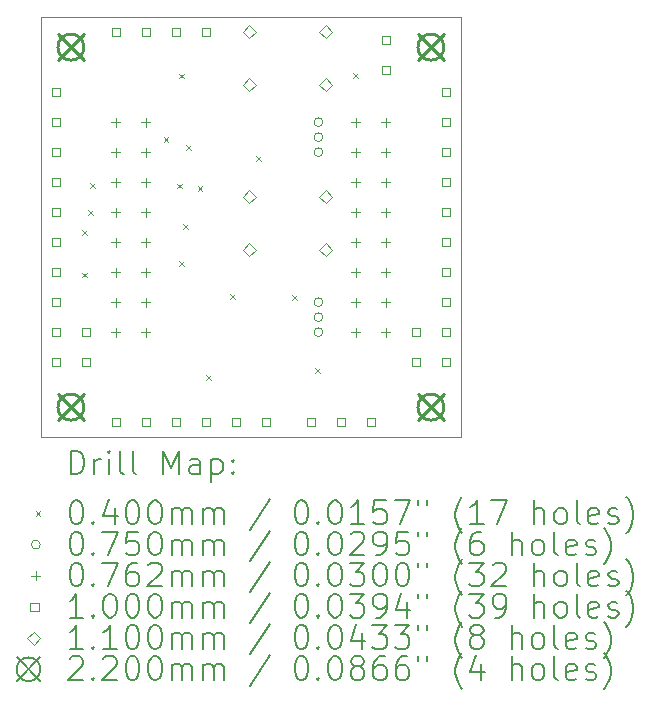
<source format=gbr>
%TF.GenerationSoftware,KiCad,Pcbnew,(6.0.7)*%
%TF.CreationDate,2022-09-26T10:55:05-05:00*%
%TF.ProjectId,OpenMuscle5,4f70656e-4d75-4736-936c-65352e6b6963,rev?*%
%TF.SameCoordinates,Original*%
%TF.FileFunction,Drillmap*%
%TF.FilePolarity,Positive*%
%FSLAX45Y45*%
G04 Gerber Fmt 4.5, Leading zero omitted, Abs format (unit mm)*
G04 Created by KiCad (PCBNEW (6.0.7)) date 2022-09-26 10:55:05*
%MOMM*%
%LPD*%
G01*
G04 APERTURE LIST*
%ADD10C,0.100000*%
%ADD11C,0.200000*%
%ADD12C,0.040000*%
%ADD13C,0.075000*%
%ADD14C,0.076200*%
%ADD15C,0.110000*%
%ADD16C,0.220000*%
G04 APERTURE END LIST*
D10*
X15240000Y-7620000D02*
X18796000Y-7620000D01*
X18796000Y-7620000D02*
X18796000Y-11176000D01*
X18796000Y-11176000D02*
X15240000Y-11176000D01*
X15240000Y-11176000D02*
X15240000Y-7620000D01*
D11*
D12*
X15591770Y-9425910D02*
X15631770Y-9465910D01*
X15631770Y-9425910D02*
X15591770Y-9465910D01*
X15591770Y-9781780D02*
X15631770Y-9821780D01*
X15631770Y-9781780D02*
X15591770Y-9821780D01*
X15639710Y-9251000D02*
X15679710Y-9291000D01*
X15679710Y-9251000D02*
X15639710Y-9291000D01*
X15654450Y-9025410D02*
X15694450Y-9065410D01*
X15694450Y-9025410D02*
X15654450Y-9065410D01*
X16278340Y-8638260D02*
X16318340Y-8678260D01*
X16318340Y-8638260D02*
X16278340Y-8678260D01*
X16393420Y-9028750D02*
X16433420Y-9068750D01*
X16433420Y-9028750D02*
X16393420Y-9068750D01*
X16408500Y-8098390D02*
X16448500Y-8138390D01*
X16448500Y-8098390D02*
X16408500Y-8138390D01*
X16408500Y-9686960D02*
X16448500Y-9726960D01*
X16448500Y-9686960D02*
X16408500Y-9726960D01*
X16444130Y-9369600D02*
X16484130Y-9409600D01*
X16484130Y-9369600D02*
X16444130Y-9409600D01*
X16471930Y-8705150D02*
X16511930Y-8745150D01*
X16511930Y-8705150D02*
X16471930Y-8745150D01*
X16566670Y-9050450D02*
X16606670Y-9090450D01*
X16606670Y-9050450D02*
X16566670Y-9090450D01*
X16636430Y-10650580D02*
X16676430Y-10690580D01*
X16676430Y-10650580D02*
X16636430Y-10690580D01*
X16845190Y-9962590D02*
X16885190Y-10002590D01*
X16885190Y-9962590D02*
X16845190Y-10002590D01*
X17060510Y-8794520D02*
X17100510Y-8834520D01*
X17100510Y-8794520D02*
X17060510Y-8834520D01*
X17364960Y-9972220D02*
X17404960Y-10012220D01*
X17404960Y-9972220D02*
X17364960Y-10012220D01*
X17559350Y-10588390D02*
X17599350Y-10628390D01*
X17599350Y-10588390D02*
X17559350Y-10628390D01*
X17884920Y-8095850D02*
X17924920Y-8135850D01*
X17924920Y-8095850D02*
X17884920Y-8135850D01*
D13*
X17627000Y-8509000D02*
G75*
G03*
X17627000Y-8509000I-37500J0D01*
G01*
X17627000Y-8636000D02*
G75*
G03*
X17627000Y-8636000I-37500J0D01*
G01*
X17627000Y-8763000D02*
G75*
G03*
X17627000Y-8763000I-37500J0D01*
G01*
X17627000Y-10033000D02*
G75*
G03*
X17627000Y-10033000I-37500J0D01*
G01*
X17627000Y-10160000D02*
G75*
G03*
X17627000Y-10160000I-37500J0D01*
G01*
X17627000Y-10287000D02*
G75*
G03*
X17627000Y-10287000I-37500J0D01*
G01*
D14*
X15875000Y-8470900D02*
X15875000Y-8547100D01*
X15836900Y-8509000D02*
X15913100Y-8509000D01*
X15875000Y-8724900D02*
X15875000Y-8801100D01*
X15836900Y-8763000D02*
X15913100Y-8763000D01*
X15875000Y-8978900D02*
X15875000Y-9055100D01*
X15836900Y-9017000D02*
X15913100Y-9017000D01*
X15875000Y-9232900D02*
X15875000Y-9309100D01*
X15836900Y-9271000D02*
X15913100Y-9271000D01*
X15875000Y-9486900D02*
X15875000Y-9563100D01*
X15836900Y-9525000D02*
X15913100Y-9525000D01*
X15875000Y-9740900D02*
X15875000Y-9817100D01*
X15836900Y-9779000D02*
X15913100Y-9779000D01*
X15875000Y-9994900D02*
X15875000Y-10071100D01*
X15836900Y-10033000D02*
X15913100Y-10033000D01*
X15875000Y-10248900D02*
X15875000Y-10325100D01*
X15836900Y-10287000D02*
X15913100Y-10287000D01*
X16129000Y-8470900D02*
X16129000Y-8547100D01*
X16090900Y-8509000D02*
X16167100Y-8509000D01*
X16129000Y-8724900D02*
X16129000Y-8801100D01*
X16090900Y-8763000D02*
X16167100Y-8763000D01*
X16129000Y-8978900D02*
X16129000Y-9055100D01*
X16090900Y-9017000D02*
X16167100Y-9017000D01*
X16129000Y-9232900D02*
X16129000Y-9309100D01*
X16090900Y-9271000D02*
X16167100Y-9271000D01*
X16129000Y-9486900D02*
X16129000Y-9563100D01*
X16090900Y-9525000D02*
X16167100Y-9525000D01*
X16129000Y-9740900D02*
X16129000Y-9817100D01*
X16090900Y-9779000D02*
X16167100Y-9779000D01*
X16129000Y-9994900D02*
X16129000Y-10071100D01*
X16090900Y-10033000D02*
X16167100Y-10033000D01*
X16129000Y-10248900D02*
X16129000Y-10325100D01*
X16090900Y-10287000D02*
X16167100Y-10287000D01*
X17907000Y-8470900D02*
X17907000Y-8547100D01*
X17868900Y-8509000D02*
X17945100Y-8509000D01*
X17907000Y-8724900D02*
X17907000Y-8801100D01*
X17868900Y-8763000D02*
X17945100Y-8763000D01*
X17907000Y-8978900D02*
X17907000Y-9055100D01*
X17868900Y-9017000D02*
X17945100Y-9017000D01*
X17907000Y-9232900D02*
X17907000Y-9309100D01*
X17868900Y-9271000D02*
X17945100Y-9271000D01*
X17907000Y-9486900D02*
X17907000Y-9563100D01*
X17868900Y-9525000D02*
X17945100Y-9525000D01*
X17907000Y-9740900D02*
X17907000Y-9817100D01*
X17868900Y-9779000D02*
X17945100Y-9779000D01*
X17907000Y-9994900D02*
X17907000Y-10071100D01*
X17868900Y-10033000D02*
X17945100Y-10033000D01*
X17907000Y-10248900D02*
X17907000Y-10325100D01*
X17868900Y-10287000D02*
X17945100Y-10287000D01*
X18161000Y-8470900D02*
X18161000Y-8547100D01*
X18122900Y-8509000D02*
X18199100Y-8509000D01*
X18161000Y-8724900D02*
X18161000Y-8801100D01*
X18122900Y-8763000D02*
X18199100Y-8763000D01*
X18161000Y-8978900D02*
X18161000Y-9055100D01*
X18122900Y-9017000D02*
X18199100Y-9017000D01*
X18161000Y-9232900D02*
X18161000Y-9309100D01*
X18122900Y-9271000D02*
X18199100Y-9271000D01*
X18161000Y-9486900D02*
X18161000Y-9563100D01*
X18122900Y-9525000D02*
X18199100Y-9525000D01*
X18161000Y-9740900D02*
X18161000Y-9817100D01*
X18122900Y-9779000D02*
X18199100Y-9779000D01*
X18161000Y-9994900D02*
X18161000Y-10071100D01*
X18122900Y-10033000D02*
X18199100Y-10033000D01*
X18161000Y-10248900D02*
X18161000Y-10325100D01*
X18122900Y-10287000D02*
X18199100Y-10287000D01*
D10*
X15402356Y-8290356D02*
X15402356Y-8219644D01*
X15331644Y-8219644D01*
X15331644Y-8290356D01*
X15402356Y-8290356D01*
X15402356Y-8544356D02*
X15402356Y-8473644D01*
X15331644Y-8473644D01*
X15331644Y-8544356D01*
X15402356Y-8544356D01*
X15402356Y-8798356D02*
X15402356Y-8727644D01*
X15331644Y-8727644D01*
X15331644Y-8798356D01*
X15402356Y-8798356D01*
X15402356Y-9052356D02*
X15402356Y-8981644D01*
X15331644Y-8981644D01*
X15331644Y-9052356D01*
X15402356Y-9052356D01*
X15402356Y-9306356D02*
X15402356Y-9235644D01*
X15331644Y-9235644D01*
X15331644Y-9306356D01*
X15402356Y-9306356D01*
X15402356Y-9560356D02*
X15402356Y-9489644D01*
X15331644Y-9489644D01*
X15331644Y-9560356D01*
X15402356Y-9560356D01*
X15402356Y-9814356D02*
X15402356Y-9743644D01*
X15331644Y-9743644D01*
X15331644Y-9814356D01*
X15402356Y-9814356D01*
X15402356Y-10068356D02*
X15402356Y-9997644D01*
X15331644Y-9997644D01*
X15331644Y-10068356D01*
X15402356Y-10068356D01*
X15402356Y-10322356D02*
X15402356Y-10251644D01*
X15331644Y-10251644D01*
X15331644Y-10322356D01*
X15402356Y-10322356D01*
X15402356Y-10576356D02*
X15402356Y-10505644D01*
X15331644Y-10505644D01*
X15331644Y-10576356D01*
X15402356Y-10576356D01*
X15656356Y-10322356D02*
X15656356Y-10251644D01*
X15585644Y-10251644D01*
X15585644Y-10322356D01*
X15656356Y-10322356D01*
X15656356Y-10576356D02*
X15656356Y-10505644D01*
X15585644Y-10505644D01*
X15585644Y-10576356D01*
X15656356Y-10576356D01*
X15910356Y-7782356D02*
X15910356Y-7711644D01*
X15839644Y-7711644D01*
X15839644Y-7782356D01*
X15910356Y-7782356D01*
X15910356Y-11084356D02*
X15910356Y-11013644D01*
X15839644Y-11013644D01*
X15839644Y-11084356D01*
X15910356Y-11084356D01*
X16164356Y-7782356D02*
X16164356Y-7711644D01*
X16093644Y-7711644D01*
X16093644Y-7782356D01*
X16164356Y-7782356D01*
X16164356Y-11084356D02*
X16164356Y-11013644D01*
X16093644Y-11013644D01*
X16093644Y-11084356D01*
X16164356Y-11084356D01*
X16418356Y-7782356D02*
X16418356Y-7711644D01*
X16347644Y-7711644D01*
X16347644Y-7782356D01*
X16418356Y-7782356D01*
X16418356Y-11084356D02*
X16418356Y-11013644D01*
X16347644Y-11013644D01*
X16347644Y-11084356D01*
X16418356Y-11084356D01*
X16672356Y-7782356D02*
X16672356Y-7711644D01*
X16601644Y-7711644D01*
X16601644Y-7782356D01*
X16672356Y-7782356D01*
X16672356Y-11084356D02*
X16672356Y-11013644D01*
X16601644Y-11013644D01*
X16601644Y-11084356D01*
X16672356Y-11084356D01*
X16926356Y-11084356D02*
X16926356Y-11013644D01*
X16855644Y-11013644D01*
X16855644Y-11084356D01*
X16926356Y-11084356D01*
X17180356Y-11084356D02*
X17180356Y-11013644D01*
X17109644Y-11013644D01*
X17109644Y-11084356D01*
X17180356Y-11084356D01*
X17561356Y-11084356D02*
X17561356Y-11013644D01*
X17490644Y-11013644D01*
X17490644Y-11084356D01*
X17561356Y-11084356D01*
X17815356Y-11084356D02*
X17815356Y-11013644D01*
X17744644Y-11013644D01*
X17744644Y-11084356D01*
X17815356Y-11084356D01*
X18069356Y-11084356D02*
X18069356Y-11013644D01*
X17998644Y-11013644D01*
X17998644Y-11084356D01*
X18069356Y-11084356D01*
X18196356Y-7845856D02*
X18196356Y-7775144D01*
X18125644Y-7775144D01*
X18125644Y-7845856D01*
X18196356Y-7845856D01*
X18196356Y-8099856D02*
X18196356Y-8029144D01*
X18125644Y-8029144D01*
X18125644Y-8099856D01*
X18196356Y-8099856D01*
X18450356Y-10322356D02*
X18450356Y-10251644D01*
X18379644Y-10251644D01*
X18379644Y-10322356D01*
X18450356Y-10322356D01*
X18450356Y-10576356D02*
X18450356Y-10505644D01*
X18379644Y-10505644D01*
X18379644Y-10576356D01*
X18450356Y-10576356D01*
X18704356Y-8290356D02*
X18704356Y-8219644D01*
X18633644Y-8219644D01*
X18633644Y-8290356D01*
X18704356Y-8290356D01*
X18704356Y-8544356D02*
X18704356Y-8473644D01*
X18633644Y-8473644D01*
X18633644Y-8544356D01*
X18704356Y-8544356D01*
X18704356Y-8798356D02*
X18704356Y-8727644D01*
X18633644Y-8727644D01*
X18633644Y-8798356D01*
X18704356Y-8798356D01*
X18704356Y-9052356D02*
X18704356Y-8981644D01*
X18633644Y-8981644D01*
X18633644Y-9052356D01*
X18704356Y-9052356D01*
X18704356Y-9306356D02*
X18704356Y-9235644D01*
X18633644Y-9235644D01*
X18633644Y-9306356D01*
X18704356Y-9306356D01*
X18704356Y-9560356D02*
X18704356Y-9489644D01*
X18633644Y-9489644D01*
X18633644Y-9560356D01*
X18704356Y-9560356D01*
X18704356Y-9814356D02*
X18704356Y-9743644D01*
X18633644Y-9743644D01*
X18633644Y-9814356D01*
X18704356Y-9814356D01*
X18704356Y-10068356D02*
X18704356Y-9997644D01*
X18633644Y-9997644D01*
X18633644Y-10068356D01*
X18704356Y-10068356D01*
X18704356Y-10322356D02*
X18704356Y-10251644D01*
X18633644Y-10251644D01*
X18633644Y-10322356D01*
X18704356Y-10322356D01*
X18704356Y-10576356D02*
X18704356Y-10505644D01*
X18633644Y-10505644D01*
X18633644Y-10576356D01*
X18704356Y-10576356D01*
D15*
X17003000Y-7796500D02*
X17058000Y-7741500D01*
X17003000Y-7686500D01*
X16948000Y-7741500D01*
X17003000Y-7796500D01*
X17003000Y-8246500D02*
X17058000Y-8191500D01*
X17003000Y-8136500D01*
X16948000Y-8191500D01*
X17003000Y-8246500D01*
X17003000Y-9193500D02*
X17058000Y-9138500D01*
X17003000Y-9083500D01*
X16948000Y-9138500D01*
X17003000Y-9193500D01*
X17003000Y-9643500D02*
X17058000Y-9588500D01*
X17003000Y-9533500D01*
X16948000Y-9588500D01*
X17003000Y-9643500D01*
X17653000Y-7796500D02*
X17708000Y-7741500D01*
X17653000Y-7686500D01*
X17598000Y-7741500D01*
X17653000Y-7796500D01*
X17653000Y-8246500D02*
X17708000Y-8191500D01*
X17653000Y-8136500D01*
X17598000Y-8191500D01*
X17653000Y-8246500D01*
X17653000Y-9193500D02*
X17708000Y-9138500D01*
X17653000Y-9083500D01*
X17598000Y-9138500D01*
X17653000Y-9193500D01*
X17653000Y-9643500D02*
X17708000Y-9588500D01*
X17653000Y-9533500D01*
X17598000Y-9588500D01*
X17653000Y-9643500D01*
D16*
X15384000Y-7764000D02*
X15604000Y-7984000D01*
X15604000Y-7764000D02*
X15384000Y-7984000D01*
X15604000Y-7874000D02*
G75*
G03*
X15604000Y-7874000I-110000J0D01*
G01*
X15384000Y-10812000D02*
X15604000Y-11032000D01*
X15604000Y-10812000D02*
X15384000Y-11032000D01*
X15604000Y-10922000D02*
G75*
G03*
X15604000Y-10922000I-110000J0D01*
G01*
X18432000Y-7764000D02*
X18652000Y-7984000D01*
X18652000Y-7764000D02*
X18432000Y-7984000D01*
X18652000Y-7874000D02*
G75*
G03*
X18652000Y-7874000I-110000J0D01*
G01*
X18432000Y-10812000D02*
X18652000Y-11032000D01*
X18652000Y-10812000D02*
X18432000Y-11032000D01*
X18652000Y-10922000D02*
G75*
G03*
X18652000Y-10922000I-110000J0D01*
G01*
D11*
X15492619Y-11491476D02*
X15492619Y-11291476D01*
X15540238Y-11291476D01*
X15568809Y-11301000D01*
X15587857Y-11320048D01*
X15597381Y-11339095D01*
X15606905Y-11377190D01*
X15606905Y-11405762D01*
X15597381Y-11443857D01*
X15587857Y-11462905D01*
X15568809Y-11481952D01*
X15540238Y-11491476D01*
X15492619Y-11491476D01*
X15692619Y-11491476D02*
X15692619Y-11358143D01*
X15692619Y-11396238D02*
X15702143Y-11377190D01*
X15711667Y-11367667D01*
X15730714Y-11358143D01*
X15749762Y-11358143D01*
X15816428Y-11491476D02*
X15816428Y-11358143D01*
X15816428Y-11291476D02*
X15806905Y-11301000D01*
X15816428Y-11310524D01*
X15825952Y-11301000D01*
X15816428Y-11291476D01*
X15816428Y-11310524D01*
X15940238Y-11491476D02*
X15921190Y-11481952D01*
X15911667Y-11462905D01*
X15911667Y-11291476D01*
X16045000Y-11491476D02*
X16025952Y-11481952D01*
X16016428Y-11462905D01*
X16016428Y-11291476D01*
X16273571Y-11491476D02*
X16273571Y-11291476D01*
X16340238Y-11434333D01*
X16406905Y-11291476D01*
X16406905Y-11491476D01*
X16587857Y-11491476D02*
X16587857Y-11386714D01*
X16578333Y-11367667D01*
X16559286Y-11358143D01*
X16521190Y-11358143D01*
X16502143Y-11367667D01*
X16587857Y-11481952D02*
X16568809Y-11491476D01*
X16521190Y-11491476D01*
X16502143Y-11481952D01*
X16492619Y-11462905D01*
X16492619Y-11443857D01*
X16502143Y-11424809D01*
X16521190Y-11415286D01*
X16568809Y-11415286D01*
X16587857Y-11405762D01*
X16683095Y-11358143D02*
X16683095Y-11558143D01*
X16683095Y-11367667D02*
X16702143Y-11358143D01*
X16740238Y-11358143D01*
X16759286Y-11367667D01*
X16768809Y-11377190D01*
X16778333Y-11396238D01*
X16778333Y-11453381D01*
X16768809Y-11472428D01*
X16759286Y-11481952D01*
X16740238Y-11491476D01*
X16702143Y-11491476D01*
X16683095Y-11481952D01*
X16864048Y-11472428D02*
X16873571Y-11481952D01*
X16864048Y-11491476D01*
X16854524Y-11481952D01*
X16864048Y-11472428D01*
X16864048Y-11491476D01*
X16864048Y-11367667D02*
X16873571Y-11377190D01*
X16864048Y-11386714D01*
X16854524Y-11377190D01*
X16864048Y-11367667D01*
X16864048Y-11386714D01*
D12*
X15195000Y-11801000D02*
X15235000Y-11841000D01*
X15235000Y-11801000D02*
X15195000Y-11841000D01*
D11*
X15530714Y-11711476D02*
X15549762Y-11711476D01*
X15568809Y-11721000D01*
X15578333Y-11730524D01*
X15587857Y-11749571D01*
X15597381Y-11787667D01*
X15597381Y-11835286D01*
X15587857Y-11873381D01*
X15578333Y-11892428D01*
X15568809Y-11901952D01*
X15549762Y-11911476D01*
X15530714Y-11911476D01*
X15511667Y-11901952D01*
X15502143Y-11892428D01*
X15492619Y-11873381D01*
X15483095Y-11835286D01*
X15483095Y-11787667D01*
X15492619Y-11749571D01*
X15502143Y-11730524D01*
X15511667Y-11721000D01*
X15530714Y-11711476D01*
X15683095Y-11892428D02*
X15692619Y-11901952D01*
X15683095Y-11911476D01*
X15673571Y-11901952D01*
X15683095Y-11892428D01*
X15683095Y-11911476D01*
X15864048Y-11778143D02*
X15864048Y-11911476D01*
X15816428Y-11701952D02*
X15768809Y-11844809D01*
X15892619Y-11844809D01*
X16006905Y-11711476D02*
X16025952Y-11711476D01*
X16045000Y-11721000D01*
X16054524Y-11730524D01*
X16064048Y-11749571D01*
X16073571Y-11787667D01*
X16073571Y-11835286D01*
X16064048Y-11873381D01*
X16054524Y-11892428D01*
X16045000Y-11901952D01*
X16025952Y-11911476D01*
X16006905Y-11911476D01*
X15987857Y-11901952D01*
X15978333Y-11892428D01*
X15968809Y-11873381D01*
X15959286Y-11835286D01*
X15959286Y-11787667D01*
X15968809Y-11749571D01*
X15978333Y-11730524D01*
X15987857Y-11721000D01*
X16006905Y-11711476D01*
X16197381Y-11711476D02*
X16216428Y-11711476D01*
X16235476Y-11721000D01*
X16245000Y-11730524D01*
X16254524Y-11749571D01*
X16264048Y-11787667D01*
X16264048Y-11835286D01*
X16254524Y-11873381D01*
X16245000Y-11892428D01*
X16235476Y-11901952D01*
X16216428Y-11911476D01*
X16197381Y-11911476D01*
X16178333Y-11901952D01*
X16168809Y-11892428D01*
X16159286Y-11873381D01*
X16149762Y-11835286D01*
X16149762Y-11787667D01*
X16159286Y-11749571D01*
X16168809Y-11730524D01*
X16178333Y-11721000D01*
X16197381Y-11711476D01*
X16349762Y-11911476D02*
X16349762Y-11778143D01*
X16349762Y-11797190D02*
X16359286Y-11787667D01*
X16378333Y-11778143D01*
X16406905Y-11778143D01*
X16425952Y-11787667D01*
X16435476Y-11806714D01*
X16435476Y-11911476D01*
X16435476Y-11806714D02*
X16445000Y-11787667D01*
X16464048Y-11778143D01*
X16492619Y-11778143D01*
X16511667Y-11787667D01*
X16521190Y-11806714D01*
X16521190Y-11911476D01*
X16616428Y-11911476D02*
X16616428Y-11778143D01*
X16616428Y-11797190D02*
X16625952Y-11787667D01*
X16645000Y-11778143D01*
X16673571Y-11778143D01*
X16692619Y-11787667D01*
X16702143Y-11806714D01*
X16702143Y-11911476D01*
X16702143Y-11806714D02*
X16711667Y-11787667D01*
X16730714Y-11778143D01*
X16759286Y-11778143D01*
X16778333Y-11787667D01*
X16787857Y-11806714D01*
X16787857Y-11911476D01*
X17178333Y-11701952D02*
X17006905Y-11959095D01*
X17435476Y-11711476D02*
X17454524Y-11711476D01*
X17473571Y-11721000D01*
X17483095Y-11730524D01*
X17492619Y-11749571D01*
X17502143Y-11787667D01*
X17502143Y-11835286D01*
X17492619Y-11873381D01*
X17483095Y-11892428D01*
X17473571Y-11901952D01*
X17454524Y-11911476D01*
X17435476Y-11911476D01*
X17416429Y-11901952D01*
X17406905Y-11892428D01*
X17397381Y-11873381D01*
X17387857Y-11835286D01*
X17387857Y-11787667D01*
X17397381Y-11749571D01*
X17406905Y-11730524D01*
X17416429Y-11721000D01*
X17435476Y-11711476D01*
X17587857Y-11892428D02*
X17597381Y-11901952D01*
X17587857Y-11911476D01*
X17578333Y-11901952D01*
X17587857Y-11892428D01*
X17587857Y-11911476D01*
X17721190Y-11711476D02*
X17740238Y-11711476D01*
X17759286Y-11721000D01*
X17768810Y-11730524D01*
X17778333Y-11749571D01*
X17787857Y-11787667D01*
X17787857Y-11835286D01*
X17778333Y-11873381D01*
X17768810Y-11892428D01*
X17759286Y-11901952D01*
X17740238Y-11911476D01*
X17721190Y-11911476D01*
X17702143Y-11901952D01*
X17692619Y-11892428D01*
X17683095Y-11873381D01*
X17673571Y-11835286D01*
X17673571Y-11787667D01*
X17683095Y-11749571D01*
X17692619Y-11730524D01*
X17702143Y-11721000D01*
X17721190Y-11711476D01*
X17978333Y-11911476D02*
X17864048Y-11911476D01*
X17921190Y-11911476D02*
X17921190Y-11711476D01*
X17902143Y-11740048D01*
X17883095Y-11759095D01*
X17864048Y-11768619D01*
X18159286Y-11711476D02*
X18064048Y-11711476D01*
X18054524Y-11806714D01*
X18064048Y-11797190D01*
X18083095Y-11787667D01*
X18130714Y-11787667D01*
X18149762Y-11797190D01*
X18159286Y-11806714D01*
X18168810Y-11825762D01*
X18168810Y-11873381D01*
X18159286Y-11892428D01*
X18149762Y-11901952D01*
X18130714Y-11911476D01*
X18083095Y-11911476D01*
X18064048Y-11901952D01*
X18054524Y-11892428D01*
X18235476Y-11711476D02*
X18368810Y-11711476D01*
X18283095Y-11911476D01*
X18435476Y-11711476D02*
X18435476Y-11749571D01*
X18511667Y-11711476D02*
X18511667Y-11749571D01*
X18806905Y-11987667D02*
X18797381Y-11978143D01*
X18778333Y-11949571D01*
X18768810Y-11930524D01*
X18759286Y-11901952D01*
X18749762Y-11854333D01*
X18749762Y-11816238D01*
X18759286Y-11768619D01*
X18768810Y-11740048D01*
X18778333Y-11721000D01*
X18797381Y-11692428D01*
X18806905Y-11682905D01*
X18987857Y-11911476D02*
X18873571Y-11911476D01*
X18930714Y-11911476D02*
X18930714Y-11711476D01*
X18911667Y-11740048D01*
X18892619Y-11759095D01*
X18873571Y-11768619D01*
X19054524Y-11711476D02*
X19187857Y-11711476D01*
X19102143Y-11911476D01*
X19416429Y-11911476D02*
X19416429Y-11711476D01*
X19502143Y-11911476D02*
X19502143Y-11806714D01*
X19492619Y-11787667D01*
X19473571Y-11778143D01*
X19445000Y-11778143D01*
X19425952Y-11787667D01*
X19416429Y-11797190D01*
X19625952Y-11911476D02*
X19606905Y-11901952D01*
X19597381Y-11892428D01*
X19587857Y-11873381D01*
X19587857Y-11816238D01*
X19597381Y-11797190D01*
X19606905Y-11787667D01*
X19625952Y-11778143D01*
X19654524Y-11778143D01*
X19673571Y-11787667D01*
X19683095Y-11797190D01*
X19692619Y-11816238D01*
X19692619Y-11873381D01*
X19683095Y-11892428D01*
X19673571Y-11901952D01*
X19654524Y-11911476D01*
X19625952Y-11911476D01*
X19806905Y-11911476D02*
X19787857Y-11901952D01*
X19778333Y-11882905D01*
X19778333Y-11711476D01*
X19959286Y-11901952D02*
X19940238Y-11911476D01*
X19902143Y-11911476D01*
X19883095Y-11901952D01*
X19873571Y-11882905D01*
X19873571Y-11806714D01*
X19883095Y-11787667D01*
X19902143Y-11778143D01*
X19940238Y-11778143D01*
X19959286Y-11787667D01*
X19968810Y-11806714D01*
X19968810Y-11825762D01*
X19873571Y-11844809D01*
X20045000Y-11901952D02*
X20064048Y-11911476D01*
X20102143Y-11911476D01*
X20121190Y-11901952D01*
X20130714Y-11882905D01*
X20130714Y-11873381D01*
X20121190Y-11854333D01*
X20102143Y-11844809D01*
X20073571Y-11844809D01*
X20054524Y-11835286D01*
X20045000Y-11816238D01*
X20045000Y-11806714D01*
X20054524Y-11787667D01*
X20073571Y-11778143D01*
X20102143Y-11778143D01*
X20121190Y-11787667D01*
X20197381Y-11987667D02*
X20206905Y-11978143D01*
X20225952Y-11949571D01*
X20235476Y-11930524D01*
X20245000Y-11901952D01*
X20254524Y-11854333D01*
X20254524Y-11816238D01*
X20245000Y-11768619D01*
X20235476Y-11740048D01*
X20225952Y-11721000D01*
X20206905Y-11692428D01*
X20197381Y-11682905D01*
D13*
X15235000Y-12085000D02*
G75*
G03*
X15235000Y-12085000I-37500J0D01*
G01*
D11*
X15530714Y-11975476D02*
X15549762Y-11975476D01*
X15568809Y-11985000D01*
X15578333Y-11994524D01*
X15587857Y-12013571D01*
X15597381Y-12051667D01*
X15597381Y-12099286D01*
X15587857Y-12137381D01*
X15578333Y-12156428D01*
X15568809Y-12165952D01*
X15549762Y-12175476D01*
X15530714Y-12175476D01*
X15511667Y-12165952D01*
X15502143Y-12156428D01*
X15492619Y-12137381D01*
X15483095Y-12099286D01*
X15483095Y-12051667D01*
X15492619Y-12013571D01*
X15502143Y-11994524D01*
X15511667Y-11985000D01*
X15530714Y-11975476D01*
X15683095Y-12156428D02*
X15692619Y-12165952D01*
X15683095Y-12175476D01*
X15673571Y-12165952D01*
X15683095Y-12156428D01*
X15683095Y-12175476D01*
X15759286Y-11975476D02*
X15892619Y-11975476D01*
X15806905Y-12175476D01*
X16064048Y-11975476D02*
X15968809Y-11975476D01*
X15959286Y-12070714D01*
X15968809Y-12061190D01*
X15987857Y-12051667D01*
X16035476Y-12051667D01*
X16054524Y-12061190D01*
X16064048Y-12070714D01*
X16073571Y-12089762D01*
X16073571Y-12137381D01*
X16064048Y-12156428D01*
X16054524Y-12165952D01*
X16035476Y-12175476D01*
X15987857Y-12175476D01*
X15968809Y-12165952D01*
X15959286Y-12156428D01*
X16197381Y-11975476D02*
X16216428Y-11975476D01*
X16235476Y-11985000D01*
X16245000Y-11994524D01*
X16254524Y-12013571D01*
X16264048Y-12051667D01*
X16264048Y-12099286D01*
X16254524Y-12137381D01*
X16245000Y-12156428D01*
X16235476Y-12165952D01*
X16216428Y-12175476D01*
X16197381Y-12175476D01*
X16178333Y-12165952D01*
X16168809Y-12156428D01*
X16159286Y-12137381D01*
X16149762Y-12099286D01*
X16149762Y-12051667D01*
X16159286Y-12013571D01*
X16168809Y-11994524D01*
X16178333Y-11985000D01*
X16197381Y-11975476D01*
X16349762Y-12175476D02*
X16349762Y-12042143D01*
X16349762Y-12061190D02*
X16359286Y-12051667D01*
X16378333Y-12042143D01*
X16406905Y-12042143D01*
X16425952Y-12051667D01*
X16435476Y-12070714D01*
X16435476Y-12175476D01*
X16435476Y-12070714D02*
X16445000Y-12051667D01*
X16464048Y-12042143D01*
X16492619Y-12042143D01*
X16511667Y-12051667D01*
X16521190Y-12070714D01*
X16521190Y-12175476D01*
X16616428Y-12175476D02*
X16616428Y-12042143D01*
X16616428Y-12061190D02*
X16625952Y-12051667D01*
X16645000Y-12042143D01*
X16673571Y-12042143D01*
X16692619Y-12051667D01*
X16702143Y-12070714D01*
X16702143Y-12175476D01*
X16702143Y-12070714D02*
X16711667Y-12051667D01*
X16730714Y-12042143D01*
X16759286Y-12042143D01*
X16778333Y-12051667D01*
X16787857Y-12070714D01*
X16787857Y-12175476D01*
X17178333Y-11965952D02*
X17006905Y-12223095D01*
X17435476Y-11975476D02*
X17454524Y-11975476D01*
X17473571Y-11985000D01*
X17483095Y-11994524D01*
X17492619Y-12013571D01*
X17502143Y-12051667D01*
X17502143Y-12099286D01*
X17492619Y-12137381D01*
X17483095Y-12156428D01*
X17473571Y-12165952D01*
X17454524Y-12175476D01*
X17435476Y-12175476D01*
X17416429Y-12165952D01*
X17406905Y-12156428D01*
X17397381Y-12137381D01*
X17387857Y-12099286D01*
X17387857Y-12051667D01*
X17397381Y-12013571D01*
X17406905Y-11994524D01*
X17416429Y-11985000D01*
X17435476Y-11975476D01*
X17587857Y-12156428D02*
X17597381Y-12165952D01*
X17587857Y-12175476D01*
X17578333Y-12165952D01*
X17587857Y-12156428D01*
X17587857Y-12175476D01*
X17721190Y-11975476D02*
X17740238Y-11975476D01*
X17759286Y-11985000D01*
X17768810Y-11994524D01*
X17778333Y-12013571D01*
X17787857Y-12051667D01*
X17787857Y-12099286D01*
X17778333Y-12137381D01*
X17768810Y-12156428D01*
X17759286Y-12165952D01*
X17740238Y-12175476D01*
X17721190Y-12175476D01*
X17702143Y-12165952D01*
X17692619Y-12156428D01*
X17683095Y-12137381D01*
X17673571Y-12099286D01*
X17673571Y-12051667D01*
X17683095Y-12013571D01*
X17692619Y-11994524D01*
X17702143Y-11985000D01*
X17721190Y-11975476D01*
X17864048Y-11994524D02*
X17873571Y-11985000D01*
X17892619Y-11975476D01*
X17940238Y-11975476D01*
X17959286Y-11985000D01*
X17968810Y-11994524D01*
X17978333Y-12013571D01*
X17978333Y-12032619D01*
X17968810Y-12061190D01*
X17854524Y-12175476D01*
X17978333Y-12175476D01*
X18073571Y-12175476D02*
X18111667Y-12175476D01*
X18130714Y-12165952D01*
X18140238Y-12156428D01*
X18159286Y-12127857D01*
X18168810Y-12089762D01*
X18168810Y-12013571D01*
X18159286Y-11994524D01*
X18149762Y-11985000D01*
X18130714Y-11975476D01*
X18092619Y-11975476D01*
X18073571Y-11985000D01*
X18064048Y-11994524D01*
X18054524Y-12013571D01*
X18054524Y-12061190D01*
X18064048Y-12080238D01*
X18073571Y-12089762D01*
X18092619Y-12099286D01*
X18130714Y-12099286D01*
X18149762Y-12089762D01*
X18159286Y-12080238D01*
X18168810Y-12061190D01*
X18349762Y-11975476D02*
X18254524Y-11975476D01*
X18245000Y-12070714D01*
X18254524Y-12061190D01*
X18273571Y-12051667D01*
X18321190Y-12051667D01*
X18340238Y-12061190D01*
X18349762Y-12070714D01*
X18359286Y-12089762D01*
X18359286Y-12137381D01*
X18349762Y-12156428D01*
X18340238Y-12165952D01*
X18321190Y-12175476D01*
X18273571Y-12175476D01*
X18254524Y-12165952D01*
X18245000Y-12156428D01*
X18435476Y-11975476D02*
X18435476Y-12013571D01*
X18511667Y-11975476D02*
X18511667Y-12013571D01*
X18806905Y-12251667D02*
X18797381Y-12242143D01*
X18778333Y-12213571D01*
X18768810Y-12194524D01*
X18759286Y-12165952D01*
X18749762Y-12118333D01*
X18749762Y-12080238D01*
X18759286Y-12032619D01*
X18768810Y-12004048D01*
X18778333Y-11985000D01*
X18797381Y-11956428D01*
X18806905Y-11946905D01*
X18968810Y-11975476D02*
X18930714Y-11975476D01*
X18911667Y-11985000D01*
X18902143Y-11994524D01*
X18883095Y-12023095D01*
X18873571Y-12061190D01*
X18873571Y-12137381D01*
X18883095Y-12156428D01*
X18892619Y-12165952D01*
X18911667Y-12175476D01*
X18949762Y-12175476D01*
X18968810Y-12165952D01*
X18978333Y-12156428D01*
X18987857Y-12137381D01*
X18987857Y-12089762D01*
X18978333Y-12070714D01*
X18968810Y-12061190D01*
X18949762Y-12051667D01*
X18911667Y-12051667D01*
X18892619Y-12061190D01*
X18883095Y-12070714D01*
X18873571Y-12089762D01*
X19225952Y-12175476D02*
X19225952Y-11975476D01*
X19311667Y-12175476D02*
X19311667Y-12070714D01*
X19302143Y-12051667D01*
X19283095Y-12042143D01*
X19254524Y-12042143D01*
X19235476Y-12051667D01*
X19225952Y-12061190D01*
X19435476Y-12175476D02*
X19416429Y-12165952D01*
X19406905Y-12156428D01*
X19397381Y-12137381D01*
X19397381Y-12080238D01*
X19406905Y-12061190D01*
X19416429Y-12051667D01*
X19435476Y-12042143D01*
X19464048Y-12042143D01*
X19483095Y-12051667D01*
X19492619Y-12061190D01*
X19502143Y-12080238D01*
X19502143Y-12137381D01*
X19492619Y-12156428D01*
X19483095Y-12165952D01*
X19464048Y-12175476D01*
X19435476Y-12175476D01*
X19616429Y-12175476D02*
X19597381Y-12165952D01*
X19587857Y-12146905D01*
X19587857Y-11975476D01*
X19768810Y-12165952D02*
X19749762Y-12175476D01*
X19711667Y-12175476D01*
X19692619Y-12165952D01*
X19683095Y-12146905D01*
X19683095Y-12070714D01*
X19692619Y-12051667D01*
X19711667Y-12042143D01*
X19749762Y-12042143D01*
X19768810Y-12051667D01*
X19778333Y-12070714D01*
X19778333Y-12089762D01*
X19683095Y-12108809D01*
X19854524Y-12165952D02*
X19873571Y-12175476D01*
X19911667Y-12175476D01*
X19930714Y-12165952D01*
X19940238Y-12146905D01*
X19940238Y-12137381D01*
X19930714Y-12118333D01*
X19911667Y-12108809D01*
X19883095Y-12108809D01*
X19864048Y-12099286D01*
X19854524Y-12080238D01*
X19854524Y-12070714D01*
X19864048Y-12051667D01*
X19883095Y-12042143D01*
X19911667Y-12042143D01*
X19930714Y-12051667D01*
X20006905Y-12251667D02*
X20016429Y-12242143D01*
X20035476Y-12213571D01*
X20045000Y-12194524D01*
X20054524Y-12165952D01*
X20064048Y-12118333D01*
X20064048Y-12080238D01*
X20054524Y-12032619D01*
X20045000Y-12004048D01*
X20035476Y-11985000D01*
X20016429Y-11956428D01*
X20006905Y-11946905D01*
D14*
X15196900Y-12310900D02*
X15196900Y-12387100D01*
X15158800Y-12349000D02*
X15235000Y-12349000D01*
D11*
X15530714Y-12239476D02*
X15549762Y-12239476D01*
X15568809Y-12249000D01*
X15578333Y-12258524D01*
X15587857Y-12277571D01*
X15597381Y-12315667D01*
X15597381Y-12363286D01*
X15587857Y-12401381D01*
X15578333Y-12420428D01*
X15568809Y-12429952D01*
X15549762Y-12439476D01*
X15530714Y-12439476D01*
X15511667Y-12429952D01*
X15502143Y-12420428D01*
X15492619Y-12401381D01*
X15483095Y-12363286D01*
X15483095Y-12315667D01*
X15492619Y-12277571D01*
X15502143Y-12258524D01*
X15511667Y-12249000D01*
X15530714Y-12239476D01*
X15683095Y-12420428D02*
X15692619Y-12429952D01*
X15683095Y-12439476D01*
X15673571Y-12429952D01*
X15683095Y-12420428D01*
X15683095Y-12439476D01*
X15759286Y-12239476D02*
X15892619Y-12239476D01*
X15806905Y-12439476D01*
X16054524Y-12239476D02*
X16016428Y-12239476D01*
X15997381Y-12249000D01*
X15987857Y-12258524D01*
X15968809Y-12287095D01*
X15959286Y-12325190D01*
X15959286Y-12401381D01*
X15968809Y-12420428D01*
X15978333Y-12429952D01*
X15997381Y-12439476D01*
X16035476Y-12439476D01*
X16054524Y-12429952D01*
X16064048Y-12420428D01*
X16073571Y-12401381D01*
X16073571Y-12353762D01*
X16064048Y-12334714D01*
X16054524Y-12325190D01*
X16035476Y-12315667D01*
X15997381Y-12315667D01*
X15978333Y-12325190D01*
X15968809Y-12334714D01*
X15959286Y-12353762D01*
X16149762Y-12258524D02*
X16159286Y-12249000D01*
X16178333Y-12239476D01*
X16225952Y-12239476D01*
X16245000Y-12249000D01*
X16254524Y-12258524D01*
X16264048Y-12277571D01*
X16264048Y-12296619D01*
X16254524Y-12325190D01*
X16140238Y-12439476D01*
X16264048Y-12439476D01*
X16349762Y-12439476D02*
X16349762Y-12306143D01*
X16349762Y-12325190D02*
X16359286Y-12315667D01*
X16378333Y-12306143D01*
X16406905Y-12306143D01*
X16425952Y-12315667D01*
X16435476Y-12334714D01*
X16435476Y-12439476D01*
X16435476Y-12334714D02*
X16445000Y-12315667D01*
X16464048Y-12306143D01*
X16492619Y-12306143D01*
X16511667Y-12315667D01*
X16521190Y-12334714D01*
X16521190Y-12439476D01*
X16616428Y-12439476D02*
X16616428Y-12306143D01*
X16616428Y-12325190D02*
X16625952Y-12315667D01*
X16645000Y-12306143D01*
X16673571Y-12306143D01*
X16692619Y-12315667D01*
X16702143Y-12334714D01*
X16702143Y-12439476D01*
X16702143Y-12334714D02*
X16711667Y-12315667D01*
X16730714Y-12306143D01*
X16759286Y-12306143D01*
X16778333Y-12315667D01*
X16787857Y-12334714D01*
X16787857Y-12439476D01*
X17178333Y-12229952D02*
X17006905Y-12487095D01*
X17435476Y-12239476D02*
X17454524Y-12239476D01*
X17473571Y-12249000D01*
X17483095Y-12258524D01*
X17492619Y-12277571D01*
X17502143Y-12315667D01*
X17502143Y-12363286D01*
X17492619Y-12401381D01*
X17483095Y-12420428D01*
X17473571Y-12429952D01*
X17454524Y-12439476D01*
X17435476Y-12439476D01*
X17416429Y-12429952D01*
X17406905Y-12420428D01*
X17397381Y-12401381D01*
X17387857Y-12363286D01*
X17387857Y-12315667D01*
X17397381Y-12277571D01*
X17406905Y-12258524D01*
X17416429Y-12249000D01*
X17435476Y-12239476D01*
X17587857Y-12420428D02*
X17597381Y-12429952D01*
X17587857Y-12439476D01*
X17578333Y-12429952D01*
X17587857Y-12420428D01*
X17587857Y-12439476D01*
X17721190Y-12239476D02*
X17740238Y-12239476D01*
X17759286Y-12249000D01*
X17768810Y-12258524D01*
X17778333Y-12277571D01*
X17787857Y-12315667D01*
X17787857Y-12363286D01*
X17778333Y-12401381D01*
X17768810Y-12420428D01*
X17759286Y-12429952D01*
X17740238Y-12439476D01*
X17721190Y-12439476D01*
X17702143Y-12429952D01*
X17692619Y-12420428D01*
X17683095Y-12401381D01*
X17673571Y-12363286D01*
X17673571Y-12315667D01*
X17683095Y-12277571D01*
X17692619Y-12258524D01*
X17702143Y-12249000D01*
X17721190Y-12239476D01*
X17854524Y-12239476D02*
X17978333Y-12239476D01*
X17911667Y-12315667D01*
X17940238Y-12315667D01*
X17959286Y-12325190D01*
X17968810Y-12334714D01*
X17978333Y-12353762D01*
X17978333Y-12401381D01*
X17968810Y-12420428D01*
X17959286Y-12429952D01*
X17940238Y-12439476D01*
X17883095Y-12439476D01*
X17864048Y-12429952D01*
X17854524Y-12420428D01*
X18102143Y-12239476D02*
X18121190Y-12239476D01*
X18140238Y-12249000D01*
X18149762Y-12258524D01*
X18159286Y-12277571D01*
X18168810Y-12315667D01*
X18168810Y-12363286D01*
X18159286Y-12401381D01*
X18149762Y-12420428D01*
X18140238Y-12429952D01*
X18121190Y-12439476D01*
X18102143Y-12439476D01*
X18083095Y-12429952D01*
X18073571Y-12420428D01*
X18064048Y-12401381D01*
X18054524Y-12363286D01*
X18054524Y-12315667D01*
X18064048Y-12277571D01*
X18073571Y-12258524D01*
X18083095Y-12249000D01*
X18102143Y-12239476D01*
X18292619Y-12239476D02*
X18311667Y-12239476D01*
X18330714Y-12249000D01*
X18340238Y-12258524D01*
X18349762Y-12277571D01*
X18359286Y-12315667D01*
X18359286Y-12363286D01*
X18349762Y-12401381D01*
X18340238Y-12420428D01*
X18330714Y-12429952D01*
X18311667Y-12439476D01*
X18292619Y-12439476D01*
X18273571Y-12429952D01*
X18264048Y-12420428D01*
X18254524Y-12401381D01*
X18245000Y-12363286D01*
X18245000Y-12315667D01*
X18254524Y-12277571D01*
X18264048Y-12258524D01*
X18273571Y-12249000D01*
X18292619Y-12239476D01*
X18435476Y-12239476D02*
X18435476Y-12277571D01*
X18511667Y-12239476D02*
X18511667Y-12277571D01*
X18806905Y-12515667D02*
X18797381Y-12506143D01*
X18778333Y-12477571D01*
X18768810Y-12458524D01*
X18759286Y-12429952D01*
X18749762Y-12382333D01*
X18749762Y-12344238D01*
X18759286Y-12296619D01*
X18768810Y-12268048D01*
X18778333Y-12249000D01*
X18797381Y-12220428D01*
X18806905Y-12210905D01*
X18864048Y-12239476D02*
X18987857Y-12239476D01*
X18921190Y-12315667D01*
X18949762Y-12315667D01*
X18968810Y-12325190D01*
X18978333Y-12334714D01*
X18987857Y-12353762D01*
X18987857Y-12401381D01*
X18978333Y-12420428D01*
X18968810Y-12429952D01*
X18949762Y-12439476D01*
X18892619Y-12439476D01*
X18873571Y-12429952D01*
X18864048Y-12420428D01*
X19064048Y-12258524D02*
X19073571Y-12249000D01*
X19092619Y-12239476D01*
X19140238Y-12239476D01*
X19159286Y-12249000D01*
X19168810Y-12258524D01*
X19178333Y-12277571D01*
X19178333Y-12296619D01*
X19168810Y-12325190D01*
X19054524Y-12439476D01*
X19178333Y-12439476D01*
X19416429Y-12439476D02*
X19416429Y-12239476D01*
X19502143Y-12439476D02*
X19502143Y-12334714D01*
X19492619Y-12315667D01*
X19473571Y-12306143D01*
X19445000Y-12306143D01*
X19425952Y-12315667D01*
X19416429Y-12325190D01*
X19625952Y-12439476D02*
X19606905Y-12429952D01*
X19597381Y-12420428D01*
X19587857Y-12401381D01*
X19587857Y-12344238D01*
X19597381Y-12325190D01*
X19606905Y-12315667D01*
X19625952Y-12306143D01*
X19654524Y-12306143D01*
X19673571Y-12315667D01*
X19683095Y-12325190D01*
X19692619Y-12344238D01*
X19692619Y-12401381D01*
X19683095Y-12420428D01*
X19673571Y-12429952D01*
X19654524Y-12439476D01*
X19625952Y-12439476D01*
X19806905Y-12439476D02*
X19787857Y-12429952D01*
X19778333Y-12410905D01*
X19778333Y-12239476D01*
X19959286Y-12429952D02*
X19940238Y-12439476D01*
X19902143Y-12439476D01*
X19883095Y-12429952D01*
X19873571Y-12410905D01*
X19873571Y-12334714D01*
X19883095Y-12315667D01*
X19902143Y-12306143D01*
X19940238Y-12306143D01*
X19959286Y-12315667D01*
X19968810Y-12334714D01*
X19968810Y-12353762D01*
X19873571Y-12372809D01*
X20045000Y-12429952D02*
X20064048Y-12439476D01*
X20102143Y-12439476D01*
X20121190Y-12429952D01*
X20130714Y-12410905D01*
X20130714Y-12401381D01*
X20121190Y-12382333D01*
X20102143Y-12372809D01*
X20073571Y-12372809D01*
X20054524Y-12363286D01*
X20045000Y-12344238D01*
X20045000Y-12334714D01*
X20054524Y-12315667D01*
X20073571Y-12306143D01*
X20102143Y-12306143D01*
X20121190Y-12315667D01*
X20197381Y-12515667D02*
X20206905Y-12506143D01*
X20225952Y-12477571D01*
X20235476Y-12458524D01*
X20245000Y-12429952D01*
X20254524Y-12382333D01*
X20254524Y-12344238D01*
X20245000Y-12296619D01*
X20235476Y-12268048D01*
X20225952Y-12249000D01*
X20206905Y-12220428D01*
X20197381Y-12210905D01*
D10*
X15220356Y-12648356D02*
X15220356Y-12577644D01*
X15149644Y-12577644D01*
X15149644Y-12648356D01*
X15220356Y-12648356D01*
D11*
X15597381Y-12703476D02*
X15483095Y-12703476D01*
X15540238Y-12703476D02*
X15540238Y-12503476D01*
X15521190Y-12532048D01*
X15502143Y-12551095D01*
X15483095Y-12560619D01*
X15683095Y-12684428D02*
X15692619Y-12693952D01*
X15683095Y-12703476D01*
X15673571Y-12693952D01*
X15683095Y-12684428D01*
X15683095Y-12703476D01*
X15816428Y-12503476D02*
X15835476Y-12503476D01*
X15854524Y-12513000D01*
X15864048Y-12522524D01*
X15873571Y-12541571D01*
X15883095Y-12579667D01*
X15883095Y-12627286D01*
X15873571Y-12665381D01*
X15864048Y-12684428D01*
X15854524Y-12693952D01*
X15835476Y-12703476D01*
X15816428Y-12703476D01*
X15797381Y-12693952D01*
X15787857Y-12684428D01*
X15778333Y-12665381D01*
X15768809Y-12627286D01*
X15768809Y-12579667D01*
X15778333Y-12541571D01*
X15787857Y-12522524D01*
X15797381Y-12513000D01*
X15816428Y-12503476D01*
X16006905Y-12503476D02*
X16025952Y-12503476D01*
X16045000Y-12513000D01*
X16054524Y-12522524D01*
X16064048Y-12541571D01*
X16073571Y-12579667D01*
X16073571Y-12627286D01*
X16064048Y-12665381D01*
X16054524Y-12684428D01*
X16045000Y-12693952D01*
X16025952Y-12703476D01*
X16006905Y-12703476D01*
X15987857Y-12693952D01*
X15978333Y-12684428D01*
X15968809Y-12665381D01*
X15959286Y-12627286D01*
X15959286Y-12579667D01*
X15968809Y-12541571D01*
X15978333Y-12522524D01*
X15987857Y-12513000D01*
X16006905Y-12503476D01*
X16197381Y-12503476D02*
X16216428Y-12503476D01*
X16235476Y-12513000D01*
X16245000Y-12522524D01*
X16254524Y-12541571D01*
X16264048Y-12579667D01*
X16264048Y-12627286D01*
X16254524Y-12665381D01*
X16245000Y-12684428D01*
X16235476Y-12693952D01*
X16216428Y-12703476D01*
X16197381Y-12703476D01*
X16178333Y-12693952D01*
X16168809Y-12684428D01*
X16159286Y-12665381D01*
X16149762Y-12627286D01*
X16149762Y-12579667D01*
X16159286Y-12541571D01*
X16168809Y-12522524D01*
X16178333Y-12513000D01*
X16197381Y-12503476D01*
X16349762Y-12703476D02*
X16349762Y-12570143D01*
X16349762Y-12589190D02*
X16359286Y-12579667D01*
X16378333Y-12570143D01*
X16406905Y-12570143D01*
X16425952Y-12579667D01*
X16435476Y-12598714D01*
X16435476Y-12703476D01*
X16435476Y-12598714D02*
X16445000Y-12579667D01*
X16464048Y-12570143D01*
X16492619Y-12570143D01*
X16511667Y-12579667D01*
X16521190Y-12598714D01*
X16521190Y-12703476D01*
X16616428Y-12703476D02*
X16616428Y-12570143D01*
X16616428Y-12589190D02*
X16625952Y-12579667D01*
X16645000Y-12570143D01*
X16673571Y-12570143D01*
X16692619Y-12579667D01*
X16702143Y-12598714D01*
X16702143Y-12703476D01*
X16702143Y-12598714D02*
X16711667Y-12579667D01*
X16730714Y-12570143D01*
X16759286Y-12570143D01*
X16778333Y-12579667D01*
X16787857Y-12598714D01*
X16787857Y-12703476D01*
X17178333Y-12493952D02*
X17006905Y-12751095D01*
X17435476Y-12503476D02*
X17454524Y-12503476D01*
X17473571Y-12513000D01*
X17483095Y-12522524D01*
X17492619Y-12541571D01*
X17502143Y-12579667D01*
X17502143Y-12627286D01*
X17492619Y-12665381D01*
X17483095Y-12684428D01*
X17473571Y-12693952D01*
X17454524Y-12703476D01*
X17435476Y-12703476D01*
X17416429Y-12693952D01*
X17406905Y-12684428D01*
X17397381Y-12665381D01*
X17387857Y-12627286D01*
X17387857Y-12579667D01*
X17397381Y-12541571D01*
X17406905Y-12522524D01*
X17416429Y-12513000D01*
X17435476Y-12503476D01*
X17587857Y-12684428D02*
X17597381Y-12693952D01*
X17587857Y-12703476D01*
X17578333Y-12693952D01*
X17587857Y-12684428D01*
X17587857Y-12703476D01*
X17721190Y-12503476D02*
X17740238Y-12503476D01*
X17759286Y-12513000D01*
X17768810Y-12522524D01*
X17778333Y-12541571D01*
X17787857Y-12579667D01*
X17787857Y-12627286D01*
X17778333Y-12665381D01*
X17768810Y-12684428D01*
X17759286Y-12693952D01*
X17740238Y-12703476D01*
X17721190Y-12703476D01*
X17702143Y-12693952D01*
X17692619Y-12684428D01*
X17683095Y-12665381D01*
X17673571Y-12627286D01*
X17673571Y-12579667D01*
X17683095Y-12541571D01*
X17692619Y-12522524D01*
X17702143Y-12513000D01*
X17721190Y-12503476D01*
X17854524Y-12503476D02*
X17978333Y-12503476D01*
X17911667Y-12579667D01*
X17940238Y-12579667D01*
X17959286Y-12589190D01*
X17968810Y-12598714D01*
X17978333Y-12617762D01*
X17978333Y-12665381D01*
X17968810Y-12684428D01*
X17959286Y-12693952D01*
X17940238Y-12703476D01*
X17883095Y-12703476D01*
X17864048Y-12693952D01*
X17854524Y-12684428D01*
X18073571Y-12703476D02*
X18111667Y-12703476D01*
X18130714Y-12693952D01*
X18140238Y-12684428D01*
X18159286Y-12655857D01*
X18168810Y-12617762D01*
X18168810Y-12541571D01*
X18159286Y-12522524D01*
X18149762Y-12513000D01*
X18130714Y-12503476D01*
X18092619Y-12503476D01*
X18073571Y-12513000D01*
X18064048Y-12522524D01*
X18054524Y-12541571D01*
X18054524Y-12589190D01*
X18064048Y-12608238D01*
X18073571Y-12617762D01*
X18092619Y-12627286D01*
X18130714Y-12627286D01*
X18149762Y-12617762D01*
X18159286Y-12608238D01*
X18168810Y-12589190D01*
X18340238Y-12570143D02*
X18340238Y-12703476D01*
X18292619Y-12493952D02*
X18245000Y-12636809D01*
X18368810Y-12636809D01*
X18435476Y-12503476D02*
X18435476Y-12541571D01*
X18511667Y-12503476D02*
X18511667Y-12541571D01*
X18806905Y-12779667D02*
X18797381Y-12770143D01*
X18778333Y-12741571D01*
X18768810Y-12722524D01*
X18759286Y-12693952D01*
X18749762Y-12646333D01*
X18749762Y-12608238D01*
X18759286Y-12560619D01*
X18768810Y-12532048D01*
X18778333Y-12513000D01*
X18797381Y-12484428D01*
X18806905Y-12474905D01*
X18864048Y-12503476D02*
X18987857Y-12503476D01*
X18921190Y-12579667D01*
X18949762Y-12579667D01*
X18968810Y-12589190D01*
X18978333Y-12598714D01*
X18987857Y-12617762D01*
X18987857Y-12665381D01*
X18978333Y-12684428D01*
X18968810Y-12693952D01*
X18949762Y-12703476D01*
X18892619Y-12703476D01*
X18873571Y-12693952D01*
X18864048Y-12684428D01*
X19083095Y-12703476D02*
X19121190Y-12703476D01*
X19140238Y-12693952D01*
X19149762Y-12684428D01*
X19168810Y-12655857D01*
X19178333Y-12617762D01*
X19178333Y-12541571D01*
X19168810Y-12522524D01*
X19159286Y-12513000D01*
X19140238Y-12503476D01*
X19102143Y-12503476D01*
X19083095Y-12513000D01*
X19073571Y-12522524D01*
X19064048Y-12541571D01*
X19064048Y-12589190D01*
X19073571Y-12608238D01*
X19083095Y-12617762D01*
X19102143Y-12627286D01*
X19140238Y-12627286D01*
X19159286Y-12617762D01*
X19168810Y-12608238D01*
X19178333Y-12589190D01*
X19416429Y-12703476D02*
X19416429Y-12503476D01*
X19502143Y-12703476D02*
X19502143Y-12598714D01*
X19492619Y-12579667D01*
X19473571Y-12570143D01*
X19445000Y-12570143D01*
X19425952Y-12579667D01*
X19416429Y-12589190D01*
X19625952Y-12703476D02*
X19606905Y-12693952D01*
X19597381Y-12684428D01*
X19587857Y-12665381D01*
X19587857Y-12608238D01*
X19597381Y-12589190D01*
X19606905Y-12579667D01*
X19625952Y-12570143D01*
X19654524Y-12570143D01*
X19673571Y-12579667D01*
X19683095Y-12589190D01*
X19692619Y-12608238D01*
X19692619Y-12665381D01*
X19683095Y-12684428D01*
X19673571Y-12693952D01*
X19654524Y-12703476D01*
X19625952Y-12703476D01*
X19806905Y-12703476D02*
X19787857Y-12693952D01*
X19778333Y-12674905D01*
X19778333Y-12503476D01*
X19959286Y-12693952D02*
X19940238Y-12703476D01*
X19902143Y-12703476D01*
X19883095Y-12693952D01*
X19873571Y-12674905D01*
X19873571Y-12598714D01*
X19883095Y-12579667D01*
X19902143Y-12570143D01*
X19940238Y-12570143D01*
X19959286Y-12579667D01*
X19968810Y-12598714D01*
X19968810Y-12617762D01*
X19873571Y-12636809D01*
X20045000Y-12693952D02*
X20064048Y-12703476D01*
X20102143Y-12703476D01*
X20121190Y-12693952D01*
X20130714Y-12674905D01*
X20130714Y-12665381D01*
X20121190Y-12646333D01*
X20102143Y-12636809D01*
X20073571Y-12636809D01*
X20054524Y-12627286D01*
X20045000Y-12608238D01*
X20045000Y-12598714D01*
X20054524Y-12579667D01*
X20073571Y-12570143D01*
X20102143Y-12570143D01*
X20121190Y-12579667D01*
X20197381Y-12779667D02*
X20206905Y-12770143D01*
X20225952Y-12741571D01*
X20235476Y-12722524D01*
X20245000Y-12693952D01*
X20254524Y-12646333D01*
X20254524Y-12608238D01*
X20245000Y-12560619D01*
X20235476Y-12532048D01*
X20225952Y-12513000D01*
X20206905Y-12484428D01*
X20197381Y-12474905D01*
D15*
X15180000Y-12932000D02*
X15235000Y-12877000D01*
X15180000Y-12822000D01*
X15125000Y-12877000D01*
X15180000Y-12932000D01*
D11*
X15597381Y-12967476D02*
X15483095Y-12967476D01*
X15540238Y-12967476D02*
X15540238Y-12767476D01*
X15521190Y-12796048D01*
X15502143Y-12815095D01*
X15483095Y-12824619D01*
X15683095Y-12948428D02*
X15692619Y-12957952D01*
X15683095Y-12967476D01*
X15673571Y-12957952D01*
X15683095Y-12948428D01*
X15683095Y-12967476D01*
X15883095Y-12967476D02*
X15768809Y-12967476D01*
X15825952Y-12967476D02*
X15825952Y-12767476D01*
X15806905Y-12796048D01*
X15787857Y-12815095D01*
X15768809Y-12824619D01*
X16006905Y-12767476D02*
X16025952Y-12767476D01*
X16045000Y-12777000D01*
X16054524Y-12786524D01*
X16064048Y-12805571D01*
X16073571Y-12843667D01*
X16073571Y-12891286D01*
X16064048Y-12929381D01*
X16054524Y-12948428D01*
X16045000Y-12957952D01*
X16025952Y-12967476D01*
X16006905Y-12967476D01*
X15987857Y-12957952D01*
X15978333Y-12948428D01*
X15968809Y-12929381D01*
X15959286Y-12891286D01*
X15959286Y-12843667D01*
X15968809Y-12805571D01*
X15978333Y-12786524D01*
X15987857Y-12777000D01*
X16006905Y-12767476D01*
X16197381Y-12767476D02*
X16216428Y-12767476D01*
X16235476Y-12777000D01*
X16245000Y-12786524D01*
X16254524Y-12805571D01*
X16264048Y-12843667D01*
X16264048Y-12891286D01*
X16254524Y-12929381D01*
X16245000Y-12948428D01*
X16235476Y-12957952D01*
X16216428Y-12967476D01*
X16197381Y-12967476D01*
X16178333Y-12957952D01*
X16168809Y-12948428D01*
X16159286Y-12929381D01*
X16149762Y-12891286D01*
X16149762Y-12843667D01*
X16159286Y-12805571D01*
X16168809Y-12786524D01*
X16178333Y-12777000D01*
X16197381Y-12767476D01*
X16349762Y-12967476D02*
X16349762Y-12834143D01*
X16349762Y-12853190D02*
X16359286Y-12843667D01*
X16378333Y-12834143D01*
X16406905Y-12834143D01*
X16425952Y-12843667D01*
X16435476Y-12862714D01*
X16435476Y-12967476D01*
X16435476Y-12862714D02*
X16445000Y-12843667D01*
X16464048Y-12834143D01*
X16492619Y-12834143D01*
X16511667Y-12843667D01*
X16521190Y-12862714D01*
X16521190Y-12967476D01*
X16616428Y-12967476D02*
X16616428Y-12834143D01*
X16616428Y-12853190D02*
X16625952Y-12843667D01*
X16645000Y-12834143D01*
X16673571Y-12834143D01*
X16692619Y-12843667D01*
X16702143Y-12862714D01*
X16702143Y-12967476D01*
X16702143Y-12862714D02*
X16711667Y-12843667D01*
X16730714Y-12834143D01*
X16759286Y-12834143D01*
X16778333Y-12843667D01*
X16787857Y-12862714D01*
X16787857Y-12967476D01*
X17178333Y-12757952D02*
X17006905Y-13015095D01*
X17435476Y-12767476D02*
X17454524Y-12767476D01*
X17473571Y-12777000D01*
X17483095Y-12786524D01*
X17492619Y-12805571D01*
X17502143Y-12843667D01*
X17502143Y-12891286D01*
X17492619Y-12929381D01*
X17483095Y-12948428D01*
X17473571Y-12957952D01*
X17454524Y-12967476D01*
X17435476Y-12967476D01*
X17416429Y-12957952D01*
X17406905Y-12948428D01*
X17397381Y-12929381D01*
X17387857Y-12891286D01*
X17387857Y-12843667D01*
X17397381Y-12805571D01*
X17406905Y-12786524D01*
X17416429Y-12777000D01*
X17435476Y-12767476D01*
X17587857Y-12948428D02*
X17597381Y-12957952D01*
X17587857Y-12967476D01*
X17578333Y-12957952D01*
X17587857Y-12948428D01*
X17587857Y-12967476D01*
X17721190Y-12767476D02*
X17740238Y-12767476D01*
X17759286Y-12777000D01*
X17768810Y-12786524D01*
X17778333Y-12805571D01*
X17787857Y-12843667D01*
X17787857Y-12891286D01*
X17778333Y-12929381D01*
X17768810Y-12948428D01*
X17759286Y-12957952D01*
X17740238Y-12967476D01*
X17721190Y-12967476D01*
X17702143Y-12957952D01*
X17692619Y-12948428D01*
X17683095Y-12929381D01*
X17673571Y-12891286D01*
X17673571Y-12843667D01*
X17683095Y-12805571D01*
X17692619Y-12786524D01*
X17702143Y-12777000D01*
X17721190Y-12767476D01*
X17959286Y-12834143D02*
X17959286Y-12967476D01*
X17911667Y-12757952D02*
X17864048Y-12900809D01*
X17987857Y-12900809D01*
X18045000Y-12767476D02*
X18168810Y-12767476D01*
X18102143Y-12843667D01*
X18130714Y-12843667D01*
X18149762Y-12853190D01*
X18159286Y-12862714D01*
X18168810Y-12881762D01*
X18168810Y-12929381D01*
X18159286Y-12948428D01*
X18149762Y-12957952D01*
X18130714Y-12967476D01*
X18073571Y-12967476D01*
X18054524Y-12957952D01*
X18045000Y-12948428D01*
X18235476Y-12767476D02*
X18359286Y-12767476D01*
X18292619Y-12843667D01*
X18321190Y-12843667D01*
X18340238Y-12853190D01*
X18349762Y-12862714D01*
X18359286Y-12881762D01*
X18359286Y-12929381D01*
X18349762Y-12948428D01*
X18340238Y-12957952D01*
X18321190Y-12967476D01*
X18264048Y-12967476D01*
X18245000Y-12957952D01*
X18235476Y-12948428D01*
X18435476Y-12767476D02*
X18435476Y-12805571D01*
X18511667Y-12767476D02*
X18511667Y-12805571D01*
X18806905Y-13043667D02*
X18797381Y-13034143D01*
X18778333Y-13005571D01*
X18768810Y-12986524D01*
X18759286Y-12957952D01*
X18749762Y-12910333D01*
X18749762Y-12872238D01*
X18759286Y-12824619D01*
X18768810Y-12796048D01*
X18778333Y-12777000D01*
X18797381Y-12748428D01*
X18806905Y-12738905D01*
X18911667Y-12853190D02*
X18892619Y-12843667D01*
X18883095Y-12834143D01*
X18873571Y-12815095D01*
X18873571Y-12805571D01*
X18883095Y-12786524D01*
X18892619Y-12777000D01*
X18911667Y-12767476D01*
X18949762Y-12767476D01*
X18968810Y-12777000D01*
X18978333Y-12786524D01*
X18987857Y-12805571D01*
X18987857Y-12815095D01*
X18978333Y-12834143D01*
X18968810Y-12843667D01*
X18949762Y-12853190D01*
X18911667Y-12853190D01*
X18892619Y-12862714D01*
X18883095Y-12872238D01*
X18873571Y-12891286D01*
X18873571Y-12929381D01*
X18883095Y-12948428D01*
X18892619Y-12957952D01*
X18911667Y-12967476D01*
X18949762Y-12967476D01*
X18968810Y-12957952D01*
X18978333Y-12948428D01*
X18987857Y-12929381D01*
X18987857Y-12891286D01*
X18978333Y-12872238D01*
X18968810Y-12862714D01*
X18949762Y-12853190D01*
X19225952Y-12967476D02*
X19225952Y-12767476D01*
X19311667Y-12967476D02*
X19311667Y-12862714D01*
X19302143Y-12843667D01*
X19283095Y-12834143D01*
X19254524Y-12834143D01*
X19235476Y-12843667D01*
X19225952Y-12853190D01*
X19435476Y-12967476D02*
X19416429Y-12957952D01*
X19406905Y-12948428D01*
X19397381Y-12929381D01*
X19397381Y-12872238D01*
X19406905Y-12853190D01*
X19416429Y-12843667D01*
X19435476Y-12834143D01*
X19464048Y-12834143D01*
X19483095Y-12843667D01*
X19492619Y-12853190D01*
X19502143Y-12872238D01*
X19502143Y-12929381D01*
X19492619Y-12948428D01*
X19483095Y-12957952D01*
X19464048Y-12967476D01*
X19435476Y-12967476D01*
X19616429Y-12967476D02*
X19597381Y-12957952D01*
X19587857Y-12938905D01*
X19587857Y-12767476D01*
X19768810Y-12957952D02*
X19749762Y-12967476D01*
X19711667Y-12967476D01*
X19692619Y-12957952D01*
X19683095Y-12938905D01*
X19683095Y-12862714D01*
X19692619Y-12843667D01*
X19711667Y-12834143D01*
X19749762Y-12834143D01*
X19768810Y-12843667D01*
X19778333Y-12862714D01*
X19778333Y-12881762D01*
X19683095Y-12900809D01*
X19854524Y-12957952D02*
X19873571Y-12967476D01*
X19911667Y-12967476D01*
X19930714Y-12957952D01*
X19940238Y-12938905D01*
X19940238Y-12929381D01*
X19930714Y-12910333D01*
X19911667Y-12900809D01*
X19883095Y-12900809D01*
X19864048Y-12891286D01*
X19854524Y-12872238D01*
X19854524Y-12862714D01*
X19864048Y-12843667D01*
X19883095Y-12834143D01*
X19911667Y-12834143D01*
X19930714Y-12843667D01*
X20006905Y-13043667D02*
X20016429Y-13034143D01*
X20035476Y-13005571D01*
X20045000Y-12986524D01*
X20054524Y-12957952D01*
X20064048Y-12910333D01*
X20064048Y-12872238D01*
X20054524Y-12824619D01*
X20045000Y-12796048D01*
X20035476Y-12777000D01*
X20016429Y-12748428D01*
X20006905Y-12738905D01*
X15035000Y-13041000D02*
X15235000Y-13241000D01*
X15235000Y-13041000D02*
X15035000Y-13241000D01*
X15235000Y-13141000D02*
G75*
G03*
X15235000Y-13141000I-100000J0D01*
G01*
X15483095Y-13050524D02*
X15492619Y-13041000D01*
X15511667Y-13031476D01*
X15559286Y-13031476D01*
X15578333Y-13041000D01*
X15587857Y-13050524D01*
X15597381Y-13069571D01*
X15597381Y-13088619D01*
X15587857Y-13117190D01*
X15473571Y-13231476D01*
X15597381Y-13231476D01*
X15683095Y-13212428D02*
X15692619Y-13221952D01*
X15683095Y-13231476D01*
X15673571Y-13221952D01*
X15683095Y-13212428D01*
X15683095Y-13231476D01*
X15768809Y-13050524D02*
X15778333Y-13041000D01*
X15797381Y-13031476D01*
X15845000Y-13031476D01*
X15864048Y-13041000D01*
X15873571Y-13050524D01*
X15883095Y-13069571D01*
X15883095Y-13088619D01*
X15873571Y-13117190D01*
X15759286Y-13231476D01*
X15883095Y-13231476D01*
X16006905Y-13031476D02*
X16025952Y-13031476D01*
X16045000Y-13041000D01*
X16054524Y-13050524D01*
X16064048Y-13069571D01*
X16073571Y-13107667D01*
X16073571Y-13155286D01*
X16064048Y-13193381D01*
X16054524Y-13212428D01*
X16045000Y-13221952D01*
X16025952Y-13231476D01*
X16006905Y-13231476D01*
X15987857Y-13221952D01*
X15978333Y-13212428D01*
X15968809Y-13193381D01*
X15959286Y-13155286D01*
X15959286Y-13107667D01*
X15968809Y-13069571D01*
X15978333Y-13050524D01*
X15987857Y-13041000D01*
X16006905Y-13031476D01*
X16197381Y-13031476D02*
X16216428Y-13031476D01*
X16235476Y-13041000D01*
X16245000Y-13050524D01*
X16254524Y-13069571D01*
X16264048Y-13107667D01*
X16264048Y-13155286D01*
X16254524Y-13193381D01*
X16245000Y-13212428D01*
X16235476Y-13221952D01*
X16216428Y-13231476D01*
X16197381Y-13231476D01*
X16178333Y-13221952D01*
X16168809Y-13212428D01*
X16159286Y-13193381D01*
X16149762Y-13155286D01*
X16149762Y-13107667D01*
X16159286Y-13069571D01*
X16168809Y-13050524D01*
X16178333Y-13041000D01*
X16197381Y-13031476D01*
X16349762Y-13231476D02*
X16349762Y-13098143D01*
X16349762Y-13117190D02*
X16359286Y-13107667D01*
X16378333Y-13098143D01*
X16406905Y-13098143D01*
X16425952Y-13107667D01*
X16435476Y-13126714D01*
X16435476Y-13231476D01*
X16435476Y-13126714D02*
X16445000Y-13107667D01*
X16464048Y-13098143D01*
X16492619Y-13098143D01*
X16511667Y-13107667D01*
X16521190Y-13126714D01*
X16521190Y-13231476D01*
X16616428Y-13231476D02*
X16616428Y-13098143D01*
X16616428Y-13117190D02*
X16625952Y-13107667D01*
X16645000Y-13098143D01*
X16673571Y-13098143D01*
X16692619Y-13107667D01*
X16702143Y-13126714D01*
X16702143Y-13231476D01*
X16702143Y-13126714D02*
X16711667Y-13107667D01*
X16730714Y-13098143D01*
X16759286Y-13098143D01*
X16778333Y-13107667D01*
X16787857Y-13126714D01*
X16787857Y-13231476D01*
X17178333Y-13021952D02*
X17006905Y-13279095D01*
X17435476Y-13031476D02*
X17454524Y-13031476D01*
X17473571Y-13041000D01*
X17483095Y-13050524D01*
X17492619Y-13069571D01*
X17502143Y-13107667D01*
X17502143Y-13155286D01*
X17492619Y-13193381D01*
X17483095Y-13212428D01*
X17473571Y-13221952D01*
X17454524Y-13231476D01*
X17435476Y-13231476D01*
X17416429Y-13221952D01*
X17406905Y-13212428D01*
X17397381Y-13193381D01*
X17387857Y-13155286D01*
X17387857Y-13107667D01*
X17397381Y-13069571D01*
X17406905Y-13050524D01*
X17416429Y-13041000D01*
X17435476Y-13031476D01*
X17587857Y-13212428D02*
X17597381Y-13221952D01*
X17587857Y-13231476D01*
X17578333Y-13221952D01*
X17587857Y-13212428D01*
X17587857Y-13231476D01*
X17721190Y-13031476D02*
X17740238Y-13031476D01*
X17759286Y-13041000D01*
X17768810Y-13050524D01*
X17778333Y-13069571D01*
X17787857Y-13107667D01*
X17787857Y-13155286D01*
X17778333Y-13193381D01*
X17768810Y-13212428D01*
X17759286Y-13221952D01*
X17740238Y-13231476D01*
X17721190Y-13231476D01*
X17702143Y-13221952D01*
X17692619Y-13212428D01*
X17683095Y-13193381D01*
X17673571Y-13155286D01*
X17673571Y-13107667D01*
X17683095Y-13069571D01*
X17692619Y-13050524D01*
X17702143Y-13041000D01*
X17721190Y-13031476D01*
X17902143Y-13117190D02*
X17883095Y-13107667D01*
X17873571Y-13098143D01*
X17864048Y-13079095D01*
X17864048Y-13069571D01*
X17873571Y-13050524D01*
X17883095Y-13041000D01*
X17902143Y-13031476D01*
X17940238Y-13031476D01*
X17959286Y-13041000D01*
X17968810Y-13050524D01*
X17978333Y-13069571D01*
X17978333Y-13079095D01*
X17968810Y-13098143D01*
X17959286Y-13107667D01*
X17940238Y-13117190D01*
X17902143Y-13117190D01*
X17883095Y-13126714D01*
X17873571Y-13136238D01*
X17864048Y-13155286D01*
X17864048Y-13193381D01*
X17873571Y-13212428D01*
X17883095Y-13221952D01*
X17902143Y-13231476D01*
X17940238Y-13231476D01*
X17959286Y-13221952D01*
X17968810Y-13212428D01*
X17978333Y-13193381D01*
X17978333Y-13155286D01*
X17968810Y-13136238D01*
X17959286Y-13126714D01*
X17940238Y-13117190D01*
X18149762Y-13031476D02*
X18111667Y-13031476D01*
X18092619Y-13041000D01*
X18083095Y-13050524D01*
X18064048Y-13079095D01*
X18054524Y-13117190D01*
X18054524Y-13193381D01*
X18064048Y-13212428D01*
X18073571Y-13221952D01*
X18092619Y-13231476D01*
X18130714Y-13231476D01*
X18149762Y-13221952D01*
X18159286Y-13212428D01*
X18168810Y-13193381D01*
X18168810Y-13145762D01*
X18159286Y-13126714D01*
X18149762Y-13117190D01*
X18130714Y-13107667D01*
X18092619Y-13107667D01*
X18073571Y-13117190D01*
X18064048Y-13126714D01*
X18054524Y-13145762D01*
X18340238Y-13031476D02*
X18302143Y-13031476D01*
X18283095Y-13041000D01*
X18273571Y-13050524D01*
X18254524Y-13079095D01*
X18245000Y-13117190D01*
X18245000Y-13193381D01*
X18254524Y-13212428D01*
X18264048Y-13221952D01*
X18283095Y-13231476D01*
X18321190Y-13231476D01*
X18340238Y-13221952D01*
X18349762Y-13212428D01*
X18359286Y-13193381D01*
X18359286Y-13145762D01*
X18349762Y-13126714D01*
X18340238Y-13117190D01*
X18321190Y-13107667D01*
X18283095Y-13107667D01*
X18264048Y-13117190D01*
X18254524Y-13126714D01*
X18245000Y-13145762D01*
X18435476Y-13031476D02*
X18435476Y-13069571D01*
X18511667Y-13031476D02*
X18511667Y-13069571D01*
X18806905Y-13307667D02*
X18797381Y-13298143D01*
X18778333Y-13269571D01*
X18768810Y-13250524D01*
X18759286Y-13221952D01*
X18749762Y-13174333D01*
X18749762Y-13136238D01*
X18759286Y-13088619D01*
X18768810Y-13060048D01*
X18778333Y-13041000D01*
X18797381Y-13012428D01*
X18806905Y-13002905D01*
X18968810Y-13098143D02*
X18968810Y-13231476D01*
X18921190Y-13021952D02*
X18873571Y-13164809D01*
X18997381Y-13164809D01*
X19225952Y-13231476D02*
X19225952Y-13031476D01*
X19311667Y-13231476D02*
X19311667Y-13126714D01*
X19302143Y-13107667D01*
X19283095Y-13098143D01*
X19254524Y-13098143D01*
X19235476Y-13107667D01*
X19225952Y-13117190D01*
X19435476Y-13231476D02*
X19416429Y-13221952D01*
X19406905Y-13212428D01*
X19397381Y-13193381D01*
X19397381Y-13136238D01*
X19406905Y-13117190D01*
X19416429Y-13107667D01*
X19435476Y-13098143D01*
X19464048Y-13098143D01*
X19483095Y-13107667D01*
X19492619Y-13117190D01*
X19502143Y-13136238D01*
X19502143Y-13193381D01*
X19492619Y-13212428D01*
X19483095Y-13221952D01*
X19464048Y-13231476D01*
X19435476Y-13231476D01*
X19616429Y-13231476D02*
X19597381Y-13221952D01*
X19587857Y-13202905D01*
X19587857Y-13031476D01*
X19768810Y-13221952D02*
X19749762Y-13231476D01*
X19711667Y-13231476D01*
X19692619Y-13221952D01*
X19683095Y-13202905D01*
X19683095Y-13126714D01*
X19692619Y-13107667D01*
X19711667Y-13098143D01*
X19749762Y-13098143D01*
X19768810Y-13107667D01*
X19778333Y-13126714D01*
X19778333Y-13145762D01*
X19683095Y-13164809D01*
X19854524Y-13221952D02*
X19873571Y-13231476D01*
X19911667Y-13231476D01*
X19930714Y-13221952D01*
X19940238Y-13202905D01*
X19940238Y-13193381D01*
X19930714Y-13174333D01*
X19911667Y-13164809D01*
X19883095Y-13164809D01*
X19864048Y-13155286D01*
X19854524Y-13136238D01*
X19854524Y-13126714D01*
X19864048Y-13107667D01*
X19883095Y-13098143D01*
X19911667Y-13098143D01*
X19930714Y-13107667D01*
X20006905Y-13307667D02*
X20016429Y-13298143D01*
X20035476Y-13269571D01*
X20045000Y-13250524D01*
X20054524Y-13221952D01*
X20064048Y-13174333D01*
X20064048Y-13136238D01*
X20054524Y-13088619D01*
X20045000Y-13060048D01*
X20035476Y-13041000D01*
X20016429Y-13012428D01*
X20006905Y-13002905D01*
M02*

</source>
